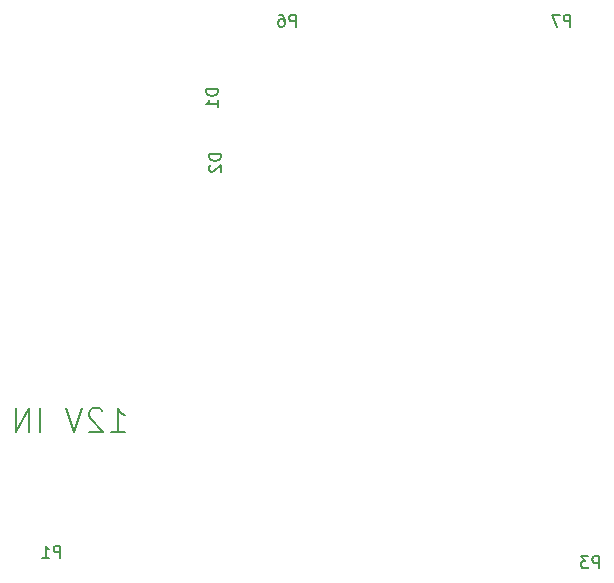
<source format=gbr>
G04 #@! TF.GenerationSoftware,KiCad,Pcbnew,7.0.9*
G04 #@! TF.CreationDate,2023-11-27T06:02:19+10:00*
G04 #@! TF.ProjectId,Front Console Output,46726f6e-7420-4436-9f6e-736f6c65204f,rev?*
G04 #@! TF.SameCoordinates,Original*
G04 #@! TF.FileFunction,Legend,Bot*
G04 #@! TF.FilePolarity,Positive*
%FSLAX46Y46*%
G04 Gerber Fmt 4.6, Leading zero omitted, Abs format (unit mm)*
G04 Created by KiCad (PCBNEW 7.0.9) date 2023-11-27 06:02:19*
%MOMM*%
%LPD*%
G01*
G04 APERTURE LIST*
%ADD10C,0.150000*%
G04 APERTURE END LIST*
D10*
X133423809Y-108167438D02*
X134566666Y-108167438D01*
X133995238Y-108167438D02*
X133995238Y-106167438D01*
X133995238Y-106167438D02*
X134185714Y-106453152D01*
X134185714Y-106453152D02*
X134376190Y-106643628D01*
X134376190Y-106643628D02*
X134566666Y-106738866D01*
X132661904Y-106357914D02*
X132566666Y-106262676D01*
X132566666Y-106262676D02*
X132376190Y-106167438D01*
X132376190Y-106167438D02*
X131899999Y-106167438D01*
X131899999Y-106167438D02*
X131709523Y-106262676D01*
X131709523Y-106262676D02*
X131614285Y-106357914D01*
X131614285Y-106357914D02*
X131519047Y-106548390D01*
X131519047Y-106548390D02*
X131519047Y-106738866D01*
X131519047Y-106738866D02*
X131614285Y-107024580D01*
X131614285Y-107024580D02*
X132757142Y-108167438D01*
X132757142Y-108167438D02*
X131519047Y-108167438D01*
X130947618Y-106167438D02*
X130280952Y-108167438D01*
X130280952Y-108167438D02*
X129614285Y-106167438D01*
X127423808Y-108167438D02*
X127423808Y-106167438D01*
X126471427Y-108167438D02*
X126471427Y-106167438D01*
X126471427Y-106167438D02*
X125328570Y-108167438D01*
X125328570Y-108167438D02*
X125328570Y-106167438D01*
X129135094Y-118818819D02*
X129135094Y-117818819D01*
X129135094Y-117818819D02*
X128754142Y-117818819D01*
X128754142Y-117818819D02*
X128658904Y-117866438D01*
X128658904Y-117866438D02*
X128611285Y-117914057D01*
X128611285Y-117914057D02*
X128563666Y-118009295D01*
X128563666Y-118009295D02*
X128563666Y-118152152D01*
X128563666Y-118152152D02*
X128611285Y-118247390D01*
X128611285Y-118247390D02*
X128658904Y-118295009D01*
X128658904Y-118295009D02*
X128754142Y-118342628D01*
X128754142Y-118342628D02*
X129135094Y-118342628D01*
X127611285Y-118818819D02*
X128182713Y-118818819D01*
X127896999Y-118818819D02*
X127896999Y-117818819D01*
X127896999Y-117818819D02*
X127992237Y-117961676D01*
X127992237Y-117961676D02*
X128087475Y-118056914D01*
X128087475Y-118056914D02*
X128182713Y-118104533D01*
X174728094Y-119707819D02*
X174728094Y-118707819D01*
X174728094Y-118707819D02*
X174347142Y-118707819D01*
X174347142Y-118707819D02*
X174251904Y-118755438D01*
X174251904Y-118755438D02*
X174204285Y-118803057D01*
X174204285Y-118803057D02*
X174156666Y-118898295D01*
X174156666Y-118898295D02*
X174156666Y-119041152D01*
X174156666Y-119041152D02*
X174204285Y-119136390D01*
X174204285Y-119136390D02*
X174251904Y-119184009D01*
X174251904Y-119184009D02*
X174347142Y-119231628D01*
X174347142Y-119231628D02*
X174728094Y-119231628D01*
X173823332Y-118707819D02*
X173204285Y-118707819D01*
X173204285Y-118707819D02*
X173537618Y-119088771D01*
X173537618Y-119088771D02*
X173394761Y-119088771D01*
X173394761Y-119088771D02*
X173299523Y-119136390D01*
X173299523Y-119136390D02*
X173251904Y-119184009D01*
X173251904Y-119184009D02*
X173204285Y-119279247D01*
X173204285Y-119279247D02*
X173204285Y-119517342D01*
X173204285Y-119517342D02*
X173251904Y-119612580D01*
X173251904Y-119612580D02*
X173299523Y-119660200D01*
X173299523Y-119660200D02*
X173394761Y-119707819D01*
X173394761Y-119707819D02*
X173680475Y-119707819D01*
X173680475Y-119707819D02*
X173775713Y-119660200D01*
X173775713Y-119660200D02*
X173823332Y-119612580D01*
X149074094Y-73860819D02*
X149074094Y-72860819D01*
X149074094Y-72860819D02*
X148693142Y-72860819D01*
X148693142Y-72860819D02*
X148597904Y-72908438D01*
X148597904Y-72908438D02*
X148550285Y-72956057D01*
X148550285Y-72956057D02*
X148502666Y-73051295D01*
X148502666Y-73051295D02*
X148502666Y-73194152D01*
X148502666Y-73194152D02*
X148550285Y-73289390D01*
X148550285Y-73289390D02*
X148597904Y-73337009D01*
X148597904Y-73337009D02*
X148693142Y-73384628D01*
X148693142Y-73384628D02*
X149074094Y-73384628D01*
X147645523Y-72860819D02*
X147835999Y-72860819D01*
X147835999Y-72860819D02*
X147931237Y-72908438D01*
X147931237Y-72908438D02*
X147978856Y-72956057D01*
X147978856Y-72956057D02*
X148074094Y-73098914D01*
X148074094Y-73098914D02*
X148121713Y-73289390D01*
X148121713Y-73289390D02*
X148121713Y-73670342D01*
X148121713Y-73670342D02*
X148074094Y-73765580D01*
X148074094Y-73765580D02*
X148026475Y-73813200D01*
X148026475Y-73813200D02*
X147931237Y-73860819D01*
X147931237Y-73860819D02*
X147740761Y-73860819D01*
X147740761Y-73860819D02*
X147645523Y-73813200D01*
X147645523Y-73813200D02*
X147597904Y-73765580D01*
X147597904Y-73765580D02*
X147550285Y-73670342D01*
X147550285Y-73670342D02*
X147550285Y-73432247D01*
X147550285Y-73432247D02*
X147597904Y-73337009D01*
X147597904Y-73337009D02*
X147645523Y-73289390D01*
X147645523Y-73289390D02*
X147740761Y-73241771D01*
X147740761Y-73241771D02*
X147931237Y-73241771D01*
X147931237Y-73241771D02*
X148026475Y-73289390D01*
X148026475Y-73289390D02*
X148074094Y-73337009D01*
X148074094Y-73337009D02*
X148121713Y-73432247D01*
X172315094Y-73860819D02*
X172315094Y-72860819D01*
X172315094Y-72860819D02*
X171934142Y-72860819D01*
X171934142Y-72860819D02*
X171838904Y-72908438D01*
X171838904Y-72908438D02*
X171791285Y-72956057D01*
X171791285Y-72956057D02*
X171743666Y-73051295D01*
X171743666Y-73051295D02*
X171743666Y-73194152D01*
X171743666Y-73194152D02*
X171791285Y-73289390D01*
X171791285Y-73289390D02*
X171838904Y-73337009D01*
X171838904Y-73337009D02*
X171934142Y-73384628D01*
X171934142Y-73384628D02*
X172315094Y-73384628D01*
X171410332Y-72860819D02*
X170743666Y-72860819D01*
X170743666Y-72860819D02*
X171172237Y-73860819D01*
X142452819Y-79143905D02*
X141452819Y-79143905D01*
X141452819Y-79143905D02*
X141452819Y-79382000D01*
X141452819Y-79382000D02*
X141500438Y-79524857D01*
X141500438Y-79524857D02*
X141595676Y-79620095D01*
X141595676Y-79620095D02*
X141690914Y-79667714D01*
X141690914Y-79667714D02*
X141881390Y-79715333D01*
X141881390Y-79715333D02*
X142024247Y-79715333D01*
X142024247Y-79715333D02*
X142214723Y-79667714D01*
X142214723Y-79667714D02*
X142309961Y-79620095D01*
X142309961Y-79620095D02*
X142405200Y-79524857D01*
X142405200Y-79524857D02*
X142452819Y-79382000D01*
X142452819Y-79382000D02*
X142452819Y-79143905D01*
X142452819Y-80667714D02*
X142452819Y-80096286D01*
X142452819Y-80382000D02*
X141452819Y-80382000D01*
X141452819Y-80382000D02*
X141595676Y-80286762D01*
X141595676Y-80286762D02*
X141690914Y-80191524D01*
X141690914Y-80191524D02*
X141738533Y-80096286D01*
X142706819Y-84638905D02*
X141706819Y-84638905D01*
X141706819Y-84638905D02*
X141706819Y-84877000D01*
X141706819Y-84877000D02*
X141754438Y-85019857D01*
X141754438Y-85019857D02*
X141849676Y-85115095D01*
X141849676Y-85115095D02*
X141944914Y-85162714D01*
X141944914Y-85162714D02*
X142135390Y-85210333D01*
X142135390Y-85210333D02*
X142278247Y-85210333D01*
X142278247Y-85210333D02*
X142468723Y-85162714D01*
X142468723Y-85162714D02*
X142563961Y-85115095D01*
X142563961Y-85115095D02*
X142659200Y-85019857D01*
X142659200Y-85019857D02*
X142706819Y-84877000D01*
X142706819Y-84877000D02*
X142706819Y-84638905D01*
X141802057Y-85591286D02*
X141754438Y-85638905D01*
X141754438Y-85638905D02*
X141706819Y-85734143D01*
X141706819Y-85734143D02*
X141706819Y-85972238D01*
X141706819Y-85972238D02*
X141754438Y-86067476D01*
X141754438Y-86067476D02*
X141802057Y-86115095D01*
X141802057Y-86115095D02*
X141897295Y-86162714D01*
X141897295Y-86162714D02*
X141992533Y-86162714D01*
X141992533Y-86162714D02*
X142135390Y-86115095D01*
X142135390Y-86115095D02*
X142706819Y-85543667D01*
X142706819Y-85543667D02*
X142706819Y-86162714D01*
M02*

</source>
